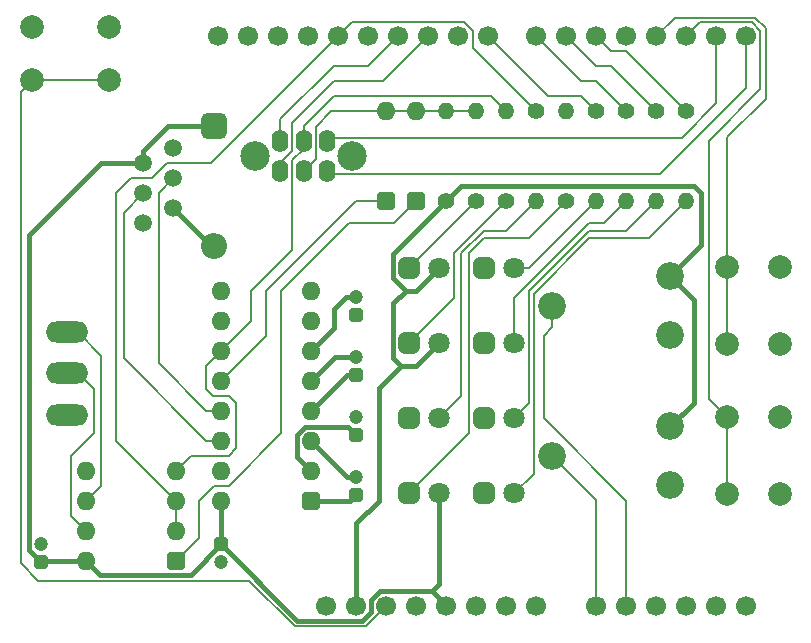
<source format=gbr>
%TF.GenerationSoftware,KiCad,Pcbnew,7.0.1*%
%TF.CreationDate,2023-12-28T10:00:38-05:00*%
%TF.ProjectId,ModbusRTU-Test-Shield,4d6f6462-7573-4525-9455-2d546573742d,0.0.2*%
%TF.SameCoordinates,PX6486dd0PY8062360*%
%TF.FileFunction,Copper,L2,Bot*%
%TF.FilePolarity,Positive*%
%FSLAX46Y46*%
G04 Gerber Fmt 4.6, Leading zero omitted, Abs format (unit mm)*
G04 Created by KiCad (PCBNEW 7.0.1) date 2023-12-28 10:00:38*
%MOMM*%
%LPD*%
G01*
G04 APERTURE LIST*
G04 Aperture macros list*
%AMRoundRect*
0 Rectangle with rounded corners*
0 $1 Rounding radius*
0 $2 $3 $4 $5 $6 $7 $8 $9 X,Y pos of 4 corners*
0 Add a 4 corners polygon primitive as box body*
4,1,4,$2,$3,$4,$5,$6,$7,$8,$9,$2,$3,0*
0 Add four circle primitives for the rounded corners*
1,1,$1+$1,$2,$3*
1,1,$1+$1,$4,$5*
1,1,$1+$1,$6,$7*
1,1,$1+$1,$8,$9*
0 Add four rect primitives between the rounded corners*
20,1,$1+$1,$2,$3,$4,$5,0*
20,1,$1+$1,$4,$5,$6,$7,0*
20,1,$1+$1,$6,$7,$8,$9,0*
20,1,$1+$1,$8,$9,$2,$3,0*%
G04 Aperture macros list end*
%TA.AperFunction,ComponentPad*%
%ADD10C,2.500000*%
%TD*%
%TA.AperFunction,ComponentPad*%
%ADD11O,1.400000X1.900000*%
%TD*%
%TA.AperFunction,ComponentPad*%
%ADD12C,1.700000*%
%TD*%
%TA.AperFunction,ComponentPad*%
%ADD13RoundRect,0.300000X-0.300000X0.300000X-0.300000X-0.300000X0.300000X-0.300000X0.300000X0.300000X0*%
%TD*%
%TA.AperFunction,ComponentPad*%
%ADD14C,1.200000*%
%TD*%
%TA.AperFunction,ComponentPad*%
%ADD15RoundRect,0.300000X0.300000X-0.300000X0.300000X0.300000X-0.300000X0.300000X-0.300000X-0.300000X0*%
%TD*%
%TA.AperFunction,ComponentPad*%
%ADD16C,2.000000*%
%TD*%
%TA.AperFunction,ComponentPad*%
%ADD17RoundRect,0.450000X-0.450000X-0.450000X0.450000X-0.450000X0.450000X0.450000X-0.450000X0.450000X0*%
%TD*%
%TA.AperFunction,ComponentPad*%
%ADD18C,1.800000*%
%TD*%
%TA.AperFunction,ComponentPad*%
%ADD19C,1.400000*%
%TD*%
%TA.AperFunction,ComponentPad*%
%ADD20O,1.400000X1.400000*%
%TD*%
%TA.AperFunction,ComponentPad*%
%ADD21RoundRect,0.400000X0.400000X0.400000X-0.400000X0.400000X-0.400000X-0.400000X0.400000X-0.400000X0*%
%TD*%
%TA.AperFunction,ComponentPad*%
%ADD22O,1.600000X1.600000*%
%TD*%
%TA.AperFunction,ComponentPad*%
%ADD23RoundRect,0.400000X0.400000X-0.400000X0.400000X0.400000X-0.400000X0.400000X-0.400000X-0.400000X0*%
%TD*%
%TA.AperFunction,ComponentPad*%
%ADD24O,3.600000X1.800000*%
%TD*%
%TA.AperFunction,ComponentPad*%
%ADD25C,2.340000*%
%TD*%
%TA.AperFunction,ComponentPad*%
%ADD26RoundRect,0.550000X-0.550000X0.550000X-0.550000X-0.550000X0.550000X-0.550000X0.550000X0.550000X0*%
%TD*%
%TA.AperFunction,ComponentPad*%
%ADD27O,2.200000X2.200000*%
%TD*%
%TA.AperFunction,ComponentPad*%
%ADD28C,1.520000*%
%TD*%
%TA.AperFunction,Conductor*%
%ADD29C,0.400000*%
%TD*%
%TA.AperFunction,Conductor*%
%ADD30C,0.200000*%
%TD*%
G04 APERTURE END LIST*
D10*
%TO.P,SW4,MP,MountPin*%
%TO.N,GND*%
X21935000Y40640000D03*
X30135000Y40640000D03*
D11*
%TO.P,SW4,6,C*%
%TO.N,/SOFT_TX*%
X24035000Y41890000D03*
%TO.P,SW4,5,B*%
%TO.N,/TX*%
X26035000Y41890000D03*
%TO.P,SW4,4,A*%
%TO.N,/HARD_TX*%
X28035000Y41890000D03*
%TO.P,SW4,3,C*%
%TO.N,/SOFT_RX*%
X24035000Y39390000D03*
%TO.P,SW4,2,B*%
%TO.N,/RX*%
X26035000Y39390000D03*
%TO.P,SW4,1,A*%
%TO.N,/HARD_RX*%
X28035000Y39390000D03*
%TD*%
D12*
%TO.P,J3,1,BOOT*%
%TO.N,unconnected-(J3-BOOT-Pad1)*%
X27940000Y2540000D03*
%TO.P,J3,2,IOREF*%
%TO.N,/IOREF*%
X30480000Y2540000D03*
%TO.P,J3,3,RESET*%
%TO.N,/RESET*%
X33020000Y2540000D03*
%TO.P,J3,4,3.3V*%
%TO.N,unconnected-(J3-3.3V-Pad4)*%
X35560000Y2540000D03*
%TO.P,J3,5,5V*%
%TO.N,+5V*%
X38100000Y2540000D03*
%TO.P,J3,6,GND*%
%TO.N,GND*%
X40640000Y2540000D03*
%TO.P,J3,7,GND*%
X43180000Y2540000D03*
%TO.P,J3,8,VIN*%
%TO.N,unconnected-(J3-VIN-Pad8)*%
X45720000Y2540000D03*
%TD*%
%TO.P,J4,1,A0*%
%TO.N,/POT1*%
X50800000Y2540000D03*
%TO.P,J4,2,A1*%
%TO.N,/POT2*%
X53340000Y2540000D03*
%TO.P,J4,3,A2*%
%TO.N,unconnected-(J4-A2-Pad3)*%
X55880000Y2540000D03*
%TO.P,J4,4,A3*%
%TO.N,unconnected-(J4-A3-Pad4)*%
X58420000Y2540000D03*
%TO.P,J4,5,A4*%
%TO.N,unconnected-(J4-A4-Pad5)*%
X60960000Y2540000D03*
%TO.P,J4,6,A5*%
%TO.N,unconnected-(J4-A5-Pad6)*%
X63500000Y2540000D03*
%TD*%
%TO.P,J2,1,8*%
%TO.N,/LED4*%
X41656000Y50800000D03*
%TO.P,J2,2,9*%
%TO.N,unconnected-(J2-9-Pad2)*%
X39116000Y50800000D03*
%TO.P,J2,3,10*%
%TO.N,/SOFT_RX*%
X36576000Y50800000D03*
%TO.P,J2,4,11*%
%TO.N,/SOFT_TX*%
X34036000Y50800000D03*
%TO.P,J2,5,12*%
%TO.N,unconnected-(J2-12-Pad5)*%
X31496000Y50800000D03*
%TO.P,J2,6,13*%
%TO.N,/DE*%
X28956000Y50800000D03*
%TO.P,J2,7,GND*%
%TO.N,GND*%
X26416000Y50800000D03*
%TO.P,J2,8,AREF*%
%TO.N,unconnected-(J2-AREF-Pad8)*%
X23876000Y50800000D03*
%TO.P,J2,9,SDA*%
%TO.N,unconnected-(J2-SDA-Pad9)*%
X21336000Y50800000D03*
%TO.P,J2,10,SCL*%
%TO.N,unconnected-(J2-SCL-Pad10)*%
X18796000Y50800000D03*
%TD*%
%TO.P,J1,1,RX\u21900*%
%TO.N,/HARD_RX*%
X63500000Y50800000D03*
%TO.P,J1,2,TX\u21921*%
%TO.N,/HARD_TX*%
X60960000Y50800000D03*
%TO.P,J1,3,2*%
%TO.N,/BUTTON1*%
X58420000Y50800000D03*
%TO.P,J1,4,3*%
%TO.N,/BUTTON2*%
X55880000Y50800000D03*
%TO.P,J1,5,4*%
%TO.N,unconnected-(J1-4-Pad5)*%
X53340000Y50800000D03*
%TO.P,J1,6,5*%
%TO.N,/LED1*%
X50800000Y50800000D03*
%TO.P,J1,7,6*%
%TO.N,/LED2*%
X48260000Y50800000D03*
%TO.P,J1,8,7*%
%TO.N,/LED3*%
X45720000Y50800000D03*
%TD*%
D13*
%TO.P,C2,1*%
%TO.N,+5V*%
X19050000Y7735000D03*
D14*
%TO.P,C2,2*%
%TO.N,GND*%
X19050000Y6235000D03*
%TD*%
D15*
%TO.P,C4,1*%
%TO.N,Net-(U2-C1+)*%
X30480000Y11950000D03*
D14*
%TO.P,C4,2*%
%TO.N,Net-(U2-C1-)*%
X30480000Y13450000D03*
%TD*%
D16*
%TO.P,SW1,1,1*%
%TO.N,/BUTTON1*%
X61885000Y11990000D03*
X61885000Y18490000D03*
%TO.P,SW1,2,2*%
%TO.N,GND*%
X66385000Y11990000D03*
X66385000Y18490000D03*
%TD*%
%TO.P,SW2,1,1*%
%TO.N,/BUTTON2*%
X61885000Y24690000D03*
X61885000Y31190000D03*
%TO.P,SW2,2,2*%
%TO.N,GND*%
X66385000Y24690000D03*
X66385000Y31190000D03*
%TD*%
D17*
%TO.P,D5,1,K*%
%TO.N,Net-(D5-K)*%
X34925000Y12065000D03*
D18*
%TO.P,D5,2,A*%
%TO.N,+5V*%
X37465000Y12065000D03*
%TD*%
D17*
%TO.P,D6,1,K*%
%TO.N,GND*%
X34925000Y18415000D03*
D18*
%TO.P,D6,2,A*%
%TO.N,Net-(D6-A)*%
X37465000Y18415000D03*
%TD*%
D19*
%TO.P,R2,1*%
%TO.N,/LED2*%
X55880000Y44450000D03*
D20*
%TO.P,R2,2*%
%TO.N,Net-(D2-A)*%
X55880000Y36830000D03*
%TD*%
D21*
%TO.P,U1,1,RO*%
%TO.N,Net-(D9-K)*%
X15240000Y6350000D03*
D22*
%TO.P,U1,2,~{RE}*%
%TO.N,/DE*%
X15240000Y8890000D03*
%TO.P,U1,3,DE*%
X15240000Y11430000D03*
%TO.P,U1,4,DI*%
%TO.N,/TX*%
X15240000Y13970000D03*
%TO.P,U1,5,GND*%
%TO.N,GND*%
X7620000Y13970000D03*
%TO.P,U1,6,A*%
%TO.N,/RS485_D+*%
X7620000Y11430000D03*
%TO.P,U1,7,B*%
%TO.N,/RS485_D-*%
X7620000Y8890000D03*
%TO.P,U1,8,VCC*%
%TO.N,+5V*%
X7620000Y6350000D03*
%TD*%
D23*
%TO.P,D10,1,K*%
%TO.N,Net-(D10-K)*%
X33020000Y36830000D03*
D22*
%TO.P,D10,2,A*%
%TO.N,/RX*%
X33020000Y44450000D03*
%TD*%
D24*
%TO.P,J5,1,Pin_1*%
%TO.N,/RS485_D+*%
X6000000Y25725000D03*
%TO.P,J5,2,Pin_2*%
%TO.N,/RS485_D-*%
X6000000Y22225000D03*
%TO.P,J5,3,Pin_3*%
%TO.N,GND*%
X6000000Y18725000D03*
%TD*%
D19*
%TO.P,R3,1*%
%TO.N,/LED3*%
X53340000Y44450000D03*
D20*
%TO.P,R3,2*%
%TO.N,Net-(D3-A)*%
X53340000Y36830000D03*
%TD*%
D19*
%TO.P,R1,1*%
%TO.N,/LED1*%
X58420000Y44450000D03*
D20*
%TO.P,R1,2*%
%TO.N,Net-(D1-A)*%
X58420000Y36830000D03*
%TD*%
D17*
%TO.P,D3,1,K*%
%TO.N,GND*%
X41275000Y24765000D03*
D18*
%TO.P,D3,2,A*%
%TO.N,Net-(D3-A)*%
X43815000Y24765000D03*
%TD*%
D15*
%TO.P,C6,1*%
%TO.N,Net-(U2-C2+)*%
X30480000Y22110000D03*
D14*
%TO.P,C6,2*%
%TO.N,Net-(U2-C2-)*%
X30480000Y23610000D03*
%TD*%
D23*
%TO.P,D9,1,K*%
%TO.N,Net-(D9-K)*%
X35560000Y36830000D03*
D22*
%TO.P,D9,2,A*%
%TO.N,/RX*%
X35560000Y44450000D03*
%TD*%
D25*
%TO.P,RV1,1,1*%
%TO.N,/IOREF*%
X57070000Y17740000D03*
%TO.P,RV1,2,2*%
%TO.N,/POT1*%
X47070000Y15240000D03*
%TO.P,RV1,3,3*%
%TO.N,GND*%
X57070000Y12740000D03*
%TD*%
D26*
%TO.P,D11,1,K*%
%TO.N,+5V*%
X18415000Y43180000D03*
D27*
%TO.P,D11,2,A*%
%TO.N,Net-(D11-A)*%
X18415000Y33020000D03*
%TD*%
D17*
%TO.P,D2,1,K*%
%TO.N,GND*%
X41275000Y18415000D03*
D18*
%TO.P,D2,2,A*%
%TO.N,Net-(D2-A)*%
X43815000Y18415000D03*
%TD*%
D28*
%TO.P,J6,1*%
%TO.N,GND*%
X14970000Y41270000D03*
%TO.P,J6,2*%
%TO.N,+5V*%
X12430000Y40000000D03*
%TO.P,J6,3*%
%TO.N,/RS232_RX*%
X14970000Y38730000D03*
%TO.P,J6,4*%
%TO.N,/RS232_TX*%
X12430000Y37460000D03*
%TO.P,J6,5*%
%TO.N,Net-(D11-A)*%
X14970000Y36190000D03*
%TO.P,J6,6*%
%TO.N,GND*%
X12430000Y34920000D03*
%TD*%
D19*
%TO.P,R4,1*%
%TO.N,/LED4*%
X50800000Y44450000D03*
D20*
%TO.P,R4,2*%
%TO.N,Net-(D4-A)*%
X50800000Y36830000D03*
%TD*%
D17*
%TO.P,D7,1,K*%
%TO.N,Net-(D7-K)*%
X34925000Y24765000D03*
D18*
%TO.P,D7,2,A*%
%TO.N,/IOREF*%
X37465000Y24765000D03*
%TD*%
D17*
%TO.P,D8,1,K*%
%TO.N,Net-(D8-K)*%
X34925000Y31115000D03*
D18*
%TO.P,D8,2,A*%
%TO.N,/IOREF*%
X37465000Y31115000D03*
%TD*%
D19*
%TO.P,R9,1*%
%TO.N,/IOREF*%
X38100000Y36830000D03*
D20*
%TO.P,R9,2*%
%TO.N,/RX*%
X38100000Y44450000D03*
%TD*%
D25*
%TO.P,RV2,1,1*%
%TO.N,/IOREF*%
X57070000Y30440000D03*
%TO.P,RV2,2,2*%
%TO.N,/POT2*%
X47070000Y27940000D03*
%TO.P,RV2,3,3*%
%TO.N,GND*%
X57070000Y25440000D03*
%TD*%
D17*
%TO.P,D4,1,K*%
%TO.N,GND*%
X41275000Y31115000D03*
D18*
%TO.P,D4,2,A*%
%TO.N,Net-(D4-A)*%
X43815000Y31115000D03*
%TD*%
D15*
%TO.P,C5,1*%
%TO.N,GND*%
X30480000Y27190000D03*
D14*
%TO.P,C5,2*%
%TO.N,Net-(U2-VS-)*%
X30480000Y28690000D03*
%TD*%
D19*
%TO.P,R6,1*%
%TO.N,/DE*%
X45720000Y44450000D03*
D20*
%TO.P,R6,2*%
%TO.N,Net-(D6-A)*%
X45720000Y36830000D03*
%TD*%
D19*
%TO.P,R7,1*%
%TO.N,Net-(D7-K)*%
X43180000Y36830000D03*
D20*
%TO.P,R7,2*%
%TO.N,/TX*%
X43180000Y44450000D03*
%TD*%
D15*
%TO.P,C3,1*%
%TO.N,Net-(U2-VS+)*%
X30480000Y17030000D03*
D14*
%TO.P,C3,2*%
%TO.N,GND*%
X30480000Y18530000D03*
%TD*%
D16*
%TO.P,SW3,1,1*%
%TO.N,/RESET*%
X9550000Y47050000D03*
X3050000Y47050000D03*
%TO.P,SW3,2,2*%
%TO.N,GND*%
X9550000Y51550000D03*
X3050000Y51550000D03*
%TD*%
D21*
%TO.P,U2,1,C1+*%
%TO.N,Net-(U2-C1+)*%
X26670000Y11430000D03*
D22*
%TO.P,U2,2,VS+*%
%TO.N,Net-(U2-VS+)*%
X26670000Y13970000D03*
%TO.P,U2,3,C1-*%
%TO.N,Net-(U2-C1-)*%
X26670000Y16510000D03*
%TO.P,U2,4,C2+*%
%TO.N,Net-(U2-C2+)*%
X26670000Y19050000D03*
%TO.P,U2,5,C2-*%
%TO.N,Net-(U2-C2-)*%
X26670000Y21590000D03*
%TO.P,U2,6,VS-*%
%TO.N,Net-(U2-VS-)*%
X26670000Y24130000D03*
%TO.P,U2,7,T2OUT*%
%TO.N,unconnected-(U2-T2OUT-Pad7)*%
X26670000Y26670000D03*
%TO.P,U2,8,R2IN*%
%TO.N,unconnected-(U2-R2IN-Pad8)*%
X26670000Y29210000D03*
%TO.P,U2,9,R2OUT*%
%TO.N,unconnected-(U2-R2OUT-Pad9)*%
X19050000Y29210000D03*
%TO.P,U2,10,T2IN*%
%TO.N,unconnected-(U2-T2IN-Pad10)*%
X19050000Y26670000D03*
%TO.P,U2,11,T1IN*%
%TO.N,/TX*%
X19050000Y24130000D03*
%TO.P,U2,12,R1OUT*%
%TO.N,Net-(D10-K)*%
X19050000Y21590000D03*
%TO.P,U2,13,R1IN*%
%TO.N,/RS232_RX*%
X19050000Y19050000D03*
%TO.P,U2,14,T1OUT*%
%TO.N,/RS232_TX*%
X19050000Y16510000D03*
%TO.P,U2,15,GND*%
%TO.N,GND*%
X19050000Y13970000D03*
%TO.P,U2,16,VCC*%
%TO.N,+5V*%
X19050000Y11430000D03*
%TD*%
D19*
%TO.P,R8,1*%
%TO.N,Net-(D8-K)*%
X40640000Y36830000D03*
D20*
%TO.P,R8,2*%
%TO.N,/RX*%
X40640000Y44450000D03*
%TD*%
D17*
%TO.P,D1,1,K*%
%TO.N,GND*%
X41275000Y12065000D03*
D18*
%TO.P,D1,2,A*%
%TO.N,Net-(D1-A)*%
X43815000Y12065000D03*
%TD*%
D19*
%TO.P,R5,1*%
%TO.N,Net-(D5-K)*%
X48260000Y36830000D03*
D20*
%TO.P,R5,2*%
%TO.N,GND*%
X48260000Y44450000D03*
%TD*%
D15*
%TO.P,C1,1*%
%TO.N,+5V*%
X3810000Y6235000D03*
D14*
%TO.P,C1,2*%
%TO.N,GND*%
X3810000Y7735000D03*
%TD*%
D29*
%TO.N,+5V*%
X12430000Y41074802D02*
X14535198Y43180000D01*
X36850000Y3790000D02*
X32502233Y3790000D01*
X31750000Y2042233D02*
X30997767Y1290000D01*
X31750000Y3037767D02*
X31750000Y2042233D01*
X38100000Y2540000D02*
X36850000Y3790000D01*
X19050000Y7735000D02*
X19050000Y11430000D01*
X16465000Y5150000D02*
X19050000Y7735000D01*
X2810000Y7235000D02*
X3810000Y6235000D01*
X2810000Y33925000D02*
X2810000Y7235000D01*
X30997767Y1290000D02*
X25495000Y1290000D01*
X25495000Y1290000D02*
X19050000Y7735000D01*
X14535198Y43180000D02*
X18415000Y43180000D01*
X7620000Y6350000D02*
X8820000Y5150000D01*
X8885000Y40000000D02*
X2810000Y33925000D01*
X12430000Y40000000D02*
X8885000Y40000000D01*
X32502233Y3790000D02*
X31750000Y3037767D01*
X3925000Y6350000D02*
X3810000Y6235000D01*
X12430000Y40000000D02*
X12430000Y41074802D01*
X7620000Y6350000D02*
X3925000Y6350000D01*
X37465000Y12065000D02*
X37465000Y4405000D01*
X8820000Y5150000D02*
X16465000Y5150000D01*
X37465000Y4405000D02*
X36850000Y3790000D01*
%TO.N,/IOREF*%
X34670000Y29210000D02*
X33625000Y28165000D01*
X32385000Y11430000D02*
X30480000Y9525000D01*
X33625000Y30255000D02*
X34670000Y29210000D01*
X59055000Y38100000D02*
X59690000Y37465000D01*
X34670000Y29210000D02*
X35560000Y29210000D01*
X34290000Y22860000D02*
X35560000Y22860000D01*
X33625000Y32355000D02*
X33625000Y30255000D01*
X38100000Y36830000D02*
X39370000Y38100000D01*
X59690000Y33060000D02*
X57070000Y30440000D01*
X33625000Y28165000D02*
X33625000Y23525000D01*
X32385000Y20955000D02*
X32385000Y11430000D01*
X39370000Y38100000D02*
X59055000Y38100000D01*
X34290000Y22860000D02*
X32385000Y20955000D01*
X35560000Y22860000D02*
X37465000Y24765000D01*
X33625000Y23525000D02*
X34290000Y22860000D01*
X59690000Y37465000D02*
X59690000Y33060000D01*
X57070000Y30440000D02*
X59055000Y28455000D01*
X38100000Y36830000D02*
X33625000Y32355000D01*
X35560000Y29210000D02*
X37465000Y31115000D01*
X59055000Y28455000D02*
X59055000Y19725000D01*
X59055000Y19725000D02*
X57070000Y17740000D01*
X30480000Y9525000D02*
X30480000Y2540000D01*
D30*
%TO.N,Net-(D1-A)*%
X43815000Y12065000D02*
X45485000Y13735000D01*
X50165000Y33655000D02*
X55245000Y33655000D01*
X55245000Y33655000D02*
X58420000Y36830000D01*
X45485000Y13735000D02*
X45485000Y28975000D01*
X45485000Y28975000D02*
X50165000Y33655000D01*
%TO.N,Net-(D2-A)*%
X45085000Y19685000D02*
X45085000Y29210000D01*
X45085000Y29210000D02*
X50165000Y34290000D01*
X43815000Y18415000D02*
X45085000Y19685000D01*
X50165000Y34290000D02*
X53340000Y34290000D01*
X53340000Y34290000D02*
X55880000Y36830000D01*
%TO.N,Net-(D3-A)*%
X50165000Y34925000D02*
X51435000Y34925000D01*
X51435000Y34925000D02*
X53340000Y36830000D01*
X43815000Y28575000D02*
X50165000Y34925000D01*
X43815000Y24765000D02*
X43815000Y28575000D01*
%TO.N,Net-(D4-A)*%
X45085000Y31115000D02*
X50800000Y36830000D01*
X43815000Y31115000D02*
X45085000Y31115000D01*
%TO.N,Net-(D5-K)*%
X40005000Y32385000D02*
X41275000Y33655000D01*
X40005000Y17145000D02*
X40005000Y32385000D01*
X41275000Y33655000D02*
X45085000Y33655000D01*
X34925000Y12065000D02*
X40005000Y17145000D01*
X45085000Y33655000D02*
X48260000Y36830000D01*
D29*
%TO.N,Net-(U2-C2+)*%
X29730000Y22110000D02*
X30480000Y22110000D01*
X26670000Y19050000D02*
X29730000Y22110000D01*
%TO.N,Net-(U2-C2-)*%
X26670000Y21590000D02*
X28690000Y23610000D01*
X28690000Y23610000D02*
X30480000Y23610000D01*
%TO.N,Net-(U2-C1+)*%
X26670000Y11430000D02*
X29960000Y11430000D01*
X29960000Y11430000D02*
X30480000Y11950000D01*
%TO.N,Net-(U2-C1-)*%
X26670000Y16510000D02*
X29730000Y13450000D01*
X29730000Y13450000D02*
X30480000Y13450000D01*
%TO.N,Net-(U2-VS+)*%
X26172943Y17710000D02*
X25470000Y17007057D01*
X30480000Y17030000D02*
X29800000Y17710000D01*
X25470000Y17007057D02*
X25470000Y15170000D01*
X25470000Y15170000D02*
X26670000Y13970000D01*
X29800000Y17710000D02*
X26172943Y17710000D01*
%TO.N,Net-(U2-VS-)*%
X26670000Y24130000D02*
X28575000Y26035000D01*
X28575000Y27633528D02*
X29631472Y28690000D01*
X28575000Y26035000D02*
X28575000Y27633528D01*
X29631472Y28690000D02*
X30480000Y28690000D01*
D30*
%TO.N,Net-(D6-A)*%
X41275000Y34290000D02*
X43180000Y34290000D01*
X39370000Y20320000D02*
X39370000Y32385000D01*
X39370000Y32385000D02*
X41275000Y34290000D01*
X43180000Y34290000D02*
X45720000Y36830000D01*
X37465000Y18415000D02*
X39370000Y20320000D01*
%TO.N,/RX*%
X38100000Y44450000D02*
X40640000Y44450000D01*
X26035000Y39390000D02*
X27035000Y40390000D01*
X33020000Y44450000D02*
X35560000Y44450000D01*
X27035000Y43120000D02*
X28365000Y44450000D01*
X28365000Y44450000D02*
X33020000Y44450000D01*
X35560000Y44450000D02*
X38100000Y44450000D01*
X27035000Y40390000D02*
X27035000Y43120000D01*
%TO.N,Net-(D7-K)*%
X34925000Y24765000D02*
X38735000Y28575000D01*
X38735000Y28575000D02*
X38735000Y32385000D01*
X38735000Y32385000D02*
X43180000Y36830000D01*
%TO.N,/HARD_RX*%
X63500000Y46355000D02*
X63500000Y50800000D01*
X28035000Y39390000D02*
X28335000Y39090000D01*
X56235000Y39090000D02*
X63500000Y46355000D01*
X28335000Y39090000D02*
X56235000Y39090000D01*
%TO.N,/HARD_TX*%
X60960000Y45085000D02*
X60960000Y50800000D01*
X28035000Y41890000D02*
X28335000Y42190000D01*
X58065000Y42190000D02*
X60960000Y45085000D01*
X28335000Y42190000D02*
X58065000Y42190000D01*
%TO.N,/BUTTON2*%
X61885000Y31190000D02*
X61885000Y24690000D01*
X61885000Y42200000D02*
X61885000Y31190000D01*
X65130000Y51450000D02*
X65130000Y45445000D01*
X55880000Y50800000D02*
X57430000Y52350000D01*
X64230000Y52350000D02*
X65130000Y51450000D01*
X65130000Y45445000D02*
X61885000Y42200000D01*
X57430000Y52350000D02*
X64230000Y52350000D01*
%TO.N,/BUTTON1*%
X64700000Y46285000D02*
X64700000Y51226346D01*
X60325000Y20050000D02*
X60325000Y41910000D01*
X64700000Y51226346D02*
X63976346Y51950000D01*
X63976346Y51950000D02*
X59570000Y51950000D01*
X59570000Y51950000D02*
X58420000Y50800000D01*
X60325000Y41910000D02*
X64700000Y46285000D01*
X61885000Y18490000D02*
X61885000Y11990000D01*
X61885000Y18490000D02*
X60325000Y20050000D01*
%TO.N,/LED4*%
X46736000Y45720000D02*
X41656000Y50800000D01*
X50800000Y44450000D02*
X49530000Y45720000D01*
X49530000Y45720000D02*
X46736000Y45720000D01*
%TO.N,/LED3*%
X50800000Y46990000D02*
X49530000Y46990000D01*
X53340000Y44450000D02*
X50800000Y46990000D01*
X49530000Y46990000D02*
X45720000Y50800000D01*
%TO.N,/LED2*%
X55880000Y44450000D02*
X52070000Y48260000D01*
X52070000Y48260000D02*
X50800000Y48260000D01*
X50800000Y48260000D02*
X48260000Y50800000D01*
%TO.N,/LED1*%
X58420000Y44450000D02*
X53340000Y49530000D01*
X52070000Y49530000D02*
X50800000Y50800000D01*
X53340000Y49530000D02*
X52070000Y49530000D01*
%TO.N,/SOFT_RX*%
X32766000Y46990000D02*
X36576000Y50800000D01*
X24035000Y39390000D02*
X24035000Y40055000D01*
X24035000Y40055000D02*
X25035000Y41055000D01*
X25035000Y43450000D02*
X28575000Y46990000D01*
X25035000Y41055000D02*
X25035000Y43450000D01*
X28575000Y46990000D02*
X32766000Y46990000D01*
%TO.N,/SOFT_TX*%
X28575000Y48260000D02*
X31496000Y48260000D01*
X24035000Y43720000D02*
X28575000Y48260000D01*
X31496000Y48260000D02*
X34036000Y50800000D01*
X24035000Y41890000D02*
X24035000Y43720000D01*
%TO.N,/DE*%
X10160000Y37465000D02*
X11430000Y38735000D01*
X13155000Y38735000D02*
X14425000Y40005000D01*
X40370000Y51172346D02*
X39572346Y51970000D01*
X15240000Y11430000D02*
X10160000Y16510000D01*
X39572346Y51970000D02*
X30126000Y51970000D01*
X45720000Y44450000D02*
X40370000Y49800000D01*
X30126000Y51970000D02*
X28956000Y50800000D01*
X11430000Y38735000D02*
X13155000Y38735000D01*
X15240000Y11430000D02*
X15240000Y8890000D01*
X18161000Y40005000D02*
X28956000Y50800000D01*
X14425000Y40005000D02*
X18161000Y40005000D01*
X10160000Y16510000D02*
X10160000Y37465000D01*
X40370000Y49800000D02*
X40370000Y51172346D01*
%TO.N,/RESET*%
X3050000Y47050000D02*
X9550000Y47050000D01*
X2050000Y46050000D02*
X2050000Y6170000D01*
X2050000Y6170000D02*
X3570000Y4650000D01*
X31270000Y790000D02*
X33020000Y2540000D01*
X3050000Y47050000D02*
X2050000Y46050000D01*
X25287893Y790000D02*
X31270000Y790000D01*
X3570000Y4650000D02*
X21427894Y4650000D01*
X21427894Y4650000D02*
X25287893Y790000D01*
%TO.N,/POT1*%
X50800000Y11510000D02*
X47070000Y15240000D01*
X50800000Y2540000D02*
X50800000Y11510000D01*
%TO.N,/POT2*%
X46355000Y25400000D02*
X46355000Y18415000D01*
X46355000Y25400000D02*
X47070000Y26115000D01*
X46355000Y18415000D02*
X53340000Y11430000D01*
X47070000Y26115000D02*
X47070000Y27940000D01*
X53340000Y11430000D02*
X53340000Y2540000D01*
%TO.N,/RS485_D+*%
X8890000Y23730000D02*
X8890000Y12700000D01*
X8890000Y12700000D02*
X7620000Y11430000D01*
X6895000Y25725000D02*
X8890000Y23730000D01*
X6000000Y25725000D02*
X6895000Y25725000D01*
%TO.N,/RS485_D-*%
X6905000Y22225000D02*
X8255000Y20875000D01*
X8255000Y20875000D02*
X8255000Y17145000D01*
X8255000Y17145000D02*
X6350000Y15240000D01*
X6000000Y22225000D02*
X6905000Y22225000D01*
X6350000Y15240000D02*
X6350000Y10160000D01*
X6350000Y10160000D02*
X7620000Y8890000D01*
%TO.N,/RS232_RX*%
X13740000Y37500000D02*
X13740000Y23090000D01*
X17780000Y19050000D02*
X19050000Y19050000D01*
X14970000Y38730000D02*
X13740000Y37500000D01*
X13740000Y23090000D02*
X17780000Y19050000D01*
%TO.N,/RS232_TX*%
X17780000Y16510000D02*
X19050000Y16510000D01*
X12430000Y37460000D02*
X10795000Y35825000D01*
X10795000Y35825000D02*
X10795000Y23495000D01*
X10795000Y23495000D02*
X17780000Y16510000D01*
%TO.N,/TX*%
X19685000Y20320000D02*
X18345686Y20320000D01*
X17780000Y22860000D02*
X19050000Y24130000D01*
X19685000Y15240000D02*
X20320000Y15875000D01*
X17780000Y20885686D02*
X17780000Y22860000D01*
X18345686Y20320000D02*
X17780000Y20885686D01*
X19050000Y24130000D02*
X21590000Y26670000D01*
X41910000Y45720000D02*
X43180000Y44450000D01*
X21590000Y26670000D02*
X21590000Y29210000D01*
X26035000Y43180000D02*
X28575000Y45720000D01*
X16510000Y15240000D02*
X19685000Y15240000D01*
X25035000Y32655000D02*
X25035000Y40245000D01*
X15240000Y13970000D02*
X16510000Y15240000D01*
X21590000Y29210000D02*
X25035000Y32655000D01*
X25035000Y40245000D02*
X26035000Y41245000D01*
X28575000Y45720000D02*
X41910000Y45720000D01*
X26035000Y41245000D02*
X26035000Y41890000D01*
X20320000Y19685000D02*
X19685000Y20320000D01*
X20320000Y15875000D02*
X20320000Y19685000D01*
X26035000Y41890000D02*
X26035000Y43180000D01*
%TO.N,Net-(D9-K)*%
X29845000Y34925000D02*
X33655000Y34925000D01*
X24130000Y29210000D02*
X29845000Y34925000D01*
X17145000Y8255000D02*
X17145000Y11430000D01*
X17145000Y11430000D02*
X18415000Y12700000D01*
X15240000Y6350000D02*
X17145000Y8255000D01*
X24130000Y17145000D02*
X24130000Y29210000D01*
X33655000Y34925000D02*
X35560000Y36830000D01*
X19685000Y12700000D02*
X24130000Y17145000D01*
X18415000Y12700000D02*
X19685000Y12700000D01*
%TO.N,Net-(D10-K)*%
X30480000Y36830000D02*
X33020000Y36830000D01*
X22860000Y25400000D02*
X22860000Y29210000D01*
X22860000Y29210000D02*
X30480000Y36830000D01*
X19050000Y21590000D02*
X22860000Y25400000D01*
%TO.N,Net-(D8-K)*%
X34925000Y31115000D02*
X40640000Y36830000D01*
D29*
%TO.N,Net-(D11-A)*%
X14970000Y36190000D02*
X18140000Y33020000D01*
X18140000Y33020000D02*
X18415000Y33020000D01*
%TD*%
M02*

</source>
